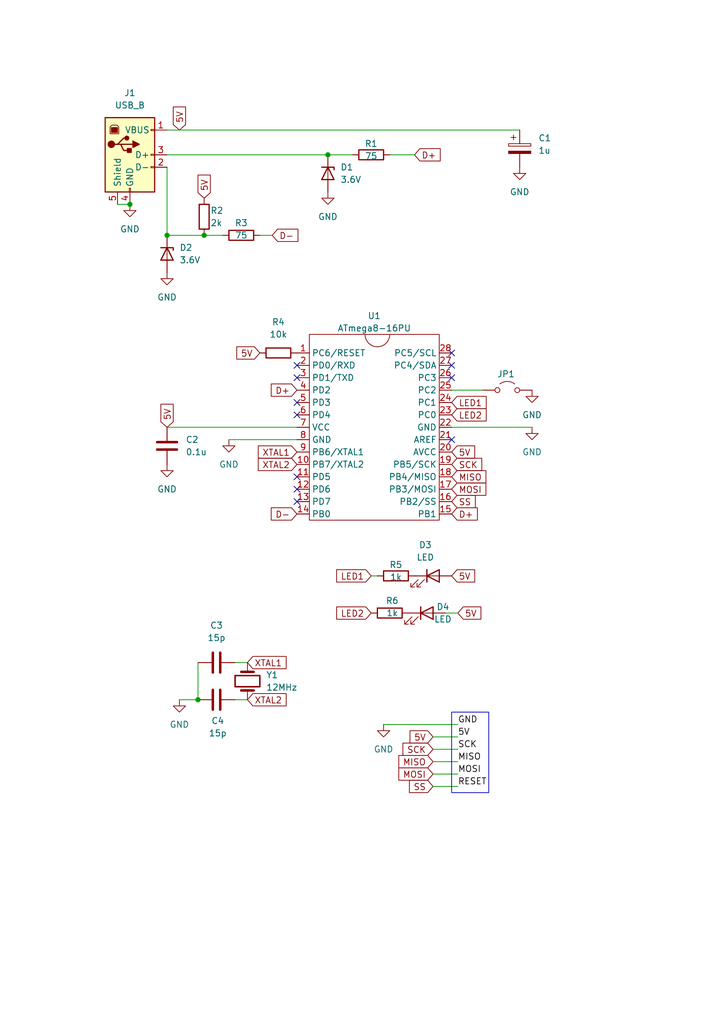
<source format=kicad_sch>
(kicad_sch (version 20231120) (generator "eeschema") (generator_version "8.0")
  (paper "A5" portrait)
  (lib_symbols
    (symbol "0Ore:ATmega8-16PU"
      (property "Reference" "U" (at 0 0 0))
      (symbol "ATmega8-16PU_0_1"
        (rectangle (start -13.97 40.64) (end 12.7 2.54))
        (arc (start -2.54 40.64) (mid -1.7961 38.8439) (end 0 38.1))
        (arc (start 0 38.1) (mid 1.7961 38.8439) (end 2.54 40.64))
      )
      (symbol "ATmega8-16PU_1_1"
        (pin unspecified line (at -16.51 36.83 0) (length 2.54) (name "PC6/RESET") (number "1"))
        (pin unspecified line (at -16.51 13.97 0) (length 2.54) (name "PB7/XTAL2") (number "10"))
        (pin unspecified line (at -16.51 11.43 0) (length 2.54) (name "PD5") (number "11"))
        (pin unspecified line (at -16.51 8.89 0) (length 2.54) (name "PD6") (number "12"))
        (pin unspecified line (at -16.51 6.35 0) (length 2.54) (name "PD7") (number "13"))
        (pin unspecified line (at -16.51 3.81 0) (length 2.54) (name "PB0") (number "14"))
        (pin unspecified line (at 15.24 3.81 180) (length 2.54) (name "PB1") (number "15"))
        (pin unspecified line (at 15.24 6.35 180) (length 2.54) (name "PB2/SS") (number "16"))
        (pin unspecified line (at 15.24 8.89 180) (length 2.54) (name "PB3/MOSI") (number "17"))
        (pin unspecified line (at 15.24 11.43 180) (length 2.54) (name "PB4/MISO") (number "18"))
        (pin unspecified line (at 15.24 13.97 180) (length 2.54) (name "PB5/SCK") (number "19"))
        (pin unspecified line (at -16.51 34.29 0) (length 2.54) (name "PD0/RXD") (number "2"))
        (pin unspecified line (at 15.24 16.51 180) (length 2.54) (name "AVCC") (number "20"))
        (pin unspecified line (at 15.24 19.05 180) (length 2.54) (name "AREF") (number "21"))
        (pin unspecified line (at 15.24 21.59 180) (length 2.54) (name "GND") (number "22"))
        (pin unspecified line (at 15.24 24.13 180) (length 2.54) (name "PC0") (number "23"))
        (pin unspecified line (at 15.24 26.67 180) (length 2.54) (name "PC1") (number "24"))
        (pin unspecified line (at 15.24 29.21 180) (length 2.54) (name "PC2") (number "25"))
        (pin unspecified line (at 15.24 31.75 180) (length 2.54) (name "PC3") (number "26"))
        (pin unspecified line (at 15.24 34.29 180) (length 2.54) (name "PC4/SDA") (number "27"))
        (pin unspecified line (at 15.24 36.83 180) (length 2.54) (name "PC5/SCL") (number "28"))
        (pin unspecified line (at -16.51 31.75 0) (length 2.54) (name "PD1/TXD") (number "3"))
        (pin unspecified line (at -16.51 29.21 0) (length 2.54) (name "PD2") (number "4"))
        (pin unspecified line (at -16.51 26.67 0) (length 2.54) (name "PD3") (number "5"))
        (pin unspecified line (at -16.51 24.13 0) (length 2.54) (name "PD4") (number "6"))
        (pin unspecified line (at -16.51 21.59 0) (length 2.54) (name "VCC") (number "7"))
        (pin unspecified line (at -16.51 19.05 0) (length 2.54) (name "GND") (number "8"))
        (pin unspecified line (at -16.51 16.51 0) (length 2.54) (name "PB6/XTAL1") (number "9"))
      )
    )
    (symbol "Connector:USB_B" (pin_names (offset 1.016))
      (property "Reference" "J" (at -5.08 11.43 0))
      (property "Value" "USB_B" (at -5.08 8.89 0))
      (symbol "USB_B_0_1"
        (rectangle (start -5.08 -7.62) (end 5.08 7.62) (stroke (width 0.254)) (fill (type background)))
        (circle (center -3.81 2.159) (radius 0.635) (stroke (width 0.254)) (fill (type outline)))
        (rectangle (start -3.81 5.588) (end -2.54 4.572) (fill (type outline)))
        (circle (center -0.635 3.429) (radius 0.381) (stroke (width 0.254)) (fill (type outline)))
        (rectangle (start -0.127 -7.62) (end 0.127 -6.858))
        (polyline (pts (xy -1.905 2.159) (xy 0.635 2.159)) (stroke (width 0.254)))
        (polyline (pts (xy -3.175 2.159) (xy -2.54 2.159) (xy -1.27 3.429) (xy -0.635 3.429)) (stroke (width 0.254)))
        (polyline (pts (xy -2.54 2.159) (xy -1.905 2.159) (xy -1.27 0.889) (xy 0 0.889)) (stroke (width 0.254)))
        (polyline (pts (xy 0.635 2.794) (xy 0.635 1.524) (xy 1.905 2.159) (xy 0.635 2.794)) (stroke (width 0.254)) (fill (type outline)))
        (polyline (pts (xy -4.064 4.318) (xy -2.286 4.318) (xy -2.286 5.715) (xy -2.667 6.096) (xy -3.683 6.096) (xy -4.064 5.715) (xy -4.064 4.318)))
        (rectangle (start 0.254 1.27) (end -0.508 0.508) (stroke (width 0.254)) (fill (type outline)))
        (rectangle (start 5.08 -2.667) (end 4.318 -2.413))
        (rectangle (start 5.08 -0.127) (end 4.318 0.127))
        (rectangle (start 5.08 4.953) (end 4.318 5.207))
      )
      (symbol "USB_B_1_1"
        (pin power_out line (at 7.62 5.08 180) (length 2.54) (name "VBUS") (number "1"))
        (pin bidirectional line (at 7.62 -2.54 180) (length 2.54) (name "D-") (number "2"))
        (pin bidirectional line (at 7.62 0 180) (length 2.54) (name "D+") (number "3"))
        (pin power_out line (at 0 -10.16 90) (length 2.54) (name "GND") (number "4"))
        (pin passive line (at -2.54 -10.16 90) (length 2.54) (name "Shield") (number "5"))
      )
    )
    (symbol "Device:C" (pin_numbers hide) (pin_names (offset 0.254))
      (property "Reference" "C" (at 0.635 2.54 0))
      (property "Value" "C" (at 0.635 -2.54 0))
      (symbol "C_0_1"
        (polyline (pts (xy -2.032 -0.762) (xy 2.032 -0.762)) (stroke (width 0.508)))
        (polyline (pts (xy -2.032 0.762) (xy 2.032 0.762)) (stroke (width 0.508)))
      )
      (symbol "C_1_1"
        (pin passive line (at 0 3.81 270) (length 2.794) (name "~") (number "1"))
        (pin passive line (at 0 -3.81 90) (length 2.794) (name "~") (number "2"))
      )
    )
    (symbol "Device:C_Polarized" (pin_numbers hide) (pin_names (offset 0.254))
      (property "Reference" "C" (at 0.635 2.54 0))
      (property "Value" "C_Polarized" (at 0.635 -2.54 0))
      (symbol "C_Polarized_0_1"
        (rectangle (start -2.286 0.508) (end 2.286 1.016))
        (polyline (pts (xy -1.778 2.286) (xy -0.762 2.286)))
        (polyline (pts (xy -1.27 2.794) (xy -1.27 1.778)))
        (rectangle (start 2.286 -0.508) (end -2.286 -1.016) (fill (type outline)))
      )
      (symbol "C_Polarized_1_1"
        (pin passive line (at 0 3.81 270) (length 2.794) (name "~") (number "1"))
        (pin passive line (at 0 -3.81 90) (length 2.794) (name "~") (number "2"))
      )
    )
    (symbol "Device:Crystal" (pin_numbers hide) (pin_names (offset 1.016) hide)
      (property "Reference" "Y" (at 0 3.81 0))
      (property "Value" "Crystal" (at 0 -3.81 0))
      (symbol "Crystal_0_1"
        (rectangle (start -1.143 2.54) (end 1.143 -2.54) (stroke (width 0.3048)))
        (polyline (pts (xy -2.54 0) (xy -1.905 0)))
        (polyline (pts (xy -1.905 -1.27) (xy -1.905 1.27)) (stroke (width 0.508)))
        (polyline (pts (xy 1.905 -1.27) (xy 1.905 1.27)) (stroke (width 0.508)))
        (polyline (pts (xy 2.54 0) (xy 1.905 0)))
      )
      (symbol "Crystal_1_1"
        (pin passive line (at -3.81 0 0) (length 1.27) (name "1") (number "1"))
        (pin passive line (at 3.81 0 180) (length 1.27) (name "2") (number "2"))
      )
    )
    (symbol "Device:D_Zener" (pin_numbers hide) (pin_names (offset 1.016) hide)
      (property "Reference" "D" (at 0 2.54 0))
      (property "Value" "D_Zener" (at 0 -2.54 0))
      (symbol "D_Zener_0_1"
        (polyline (pts (xy 1.27 0) (xy -1.27 0)))
        (polyline (pts (xy -1.27 -1.27) (xy -1.27 1.27) (xy -0.762 1.27)) (stroke (width 0.254)))
        (polyline (pts (xy 1.27 -1.27) (xy 1.27 1.27) (xy -1.27 0) (xy 1.27 -1.27)) (stroke (width 0.254)))
      )
      (symbol "D_Zener_1_1"
        (pin passive line (at -3.81 0 0) (length 2.54) (name "K") (number "1"))
        (pin passive line (at 3.81 0 180) (length 2.54) (name "A") (number "2"))
      )
    )
    (symbol "Device:LED" (pin_numbers hide) (pin_names (offset 1.016) hide)
      (property "Reference" "D" (at 0 2.54 0))
      (property "Value" "LED" (at 0 -2.54 0))
      (symbol "LED_0_1"
        (polyline (pts (xy -1.27 -1.27) (xy -1.27 1.27)) (stroke (width 0.254)))
        (polyline (pts (xy -1.27 0) (xy 1.27 0)))
        (polyline (pts (xy 1.27 -1.27) (xy 1.27 1.27) (xy -1.27 0) (xy 1.27 -1.27)) (stroke (width 0.254)))
        (polyline (pts (xy -3.048 -0.762) (xy -4.572 -2.286) (xy -3.81 -2.286) (xy -4.572 -2.286) (xy -4.572 -1.524)))
        (polyline (pts (xy -1.778 -0.762) (xy -3.302 -2.286) (xy -2.54 -2.286) (xy -3.302 -2.286) (xy -3.302 -1.524)))
      )
      (symbol "LED_1_1"
        (pin passive line (at -3.81 0 0) (length 2.54) (name "K") (number "1"))
        (pin passive line (at 3.81 0 180) (length 2.54) (name "A") (number "2"))
      )
    )
    (symbol "Device:R" (pin_numbers hide) (pin_names (offset 0))
      (property "Reference" "R" (at 2.032 0 90))
      (property "Value" "R" (at 0 0 90))
      (symbol "R_0_1"
        (rectangle (start -1.016 -2.54) (end 1.016 2.54) (stroke (width 0.254)))
      )
      (symbol "R_1_1"
        (pin passive line (at 0 3.81 270) (length 1.27) (name "~") (number "1"))
        (pin passive line (at 0 -3.81 90) (length 1.27) (name "~") (number "2"))
      )
    )
    (symbol "Jumper:Jumper_2_Open" (pin_numbers hide) (pin_names (offset 0) hide) (exclude_from_sim yes)
      (property "Reference" "JP" (at 0 2.794 0))
      (property "Value" "Jumper_2_Open" (at 0 -2.286 0))
      (symbol "Jumper_2_Open_0_0"
        (circle (center -2.032 0) (radius 0.508))
        (circle (center 2.032 0) (radius 0.508))
      )
      (symbol "Jumper_2_Open_0_1"
        (arc (start 1.524 1.27) (mid 0 1.778) (end -1.524 1.27))
      )
      (symbol "Jumper_2_Open_1_1"
        (pin passive line (at -5.08 0 0) (length 2.54) (name "A") (number "1"))
        (pin passive line (at 5.08 0 180) (length 2.54) (name "B") (number "2"))
      )
    )
    (symbol "power:GND" (power) (pin_numbers hide) (pin_names (offset 0) hide)
      (property "Value" "GND" (at 0 -3.81 0))
      (symbol "GND_0_1"
        (polyline (pts (xy 0 0) (xy 0 -1.27) (xy 1.27 -1.27) (xy 0 -2.54) (xy -1.27 -1.27) (xy 0 -1.27)))
      )
      (symbol "GND_1_1"
        (pin power_in line (at 0 0 270) (length 0) (name "~") (number "1"))
      )
    )
  )
  (junction (at 67.31 31.75))
  (junction (at 26.67 41.91))
  (junction (at 41.91 48.26))
  (junction (at 40.64 143.51))
  (junction (at 34.29 48.26))
  (no_connect (at 60.96 85.09))
  (no_connect (at 92.71 72.39))
  (no_connect (at 60.96 100.33))
  (no_connect (at 60.96 102.87))
  (no_connect (at 92.71 74.93))
  (no_connect (at 60.96 82.55))
  (no_connect (at 92.71 90.17))
  (no_connect (at 60.96 77.47))
  (no_connect (at 60.96 97.79))
  (no_connect (at 60.96 74.93))
  (no_connect (at 92.71 77.47))
  (wire (pts (xy 67.31 31.75) (xy 34.29 31.75)))
  (wire (pts (xy 85.09 31.75) (xy 80.01 31.75)))
  (wire (pts (xy 34.29 87.63) (xy 60.96 87.63)))
  (wire (pts (xy 48.26 135.89) (xy 50.8 135.89)))
  (wire (pts (xy 88.9 151.13) (xy 93.98 151.13)))
  (wire (pts (xy 78.74 148.59) (xy 93.98 148.59)))
  (wire (pts (xy 45.72 48.26) (xy 41.91 48.26)))
  (wire (pts (xy 88.9 161.29) (xy 93.98 161.29)))
  (wire (pts (xy 91.44 125.73) (xy 93.98 125.73)))
  (wire (pts (xy 88.9 153.67) (xy 93.98 153.67)))
  (wire (pts (xy 34.29 48.26) (xy 34.29 34.29)))
  (wire (pts (xy 24.13 41.91) (xy 26.67 41.91)))
  (wire (pts (xy 36.83 143.51) (xy 40.64 143.51)))
  (wire (pts (xy 88.9 158.75) (xy 93.98 158.75)))
  (wire (pts (xy 92.71 80.01) (xy 99.06 80.01)))
  (wire (pts (xy 88.9 156.21) (xy 93.98 156.21)))
  (wire (pts (xy 40.64 135.89) (xy 40.64 143.51)))
  (wire (pts (xy 41.91 48.26) (xy 34.29 48.26)))
  (wire (pts (xy 48.26 143.51) (xy 50.8 143.51)))
  (wire (pts (xy 72.39 31.75) (xy 67.31 31.75)))
  (wire (pts (xy 34.29 26.67) (xy 106.68 26.67)))
  (wire (pts (xy 46.99 90.17) (xy 60.96 90.17)))
  (wire (pts (xy 55.88 48.26) (xy 53.34 48.26)))
  (wire (pts (xy 76.2 118.11) (xy 77.47 118.11)))
  (wire (pts (xy 92.71 87.63) (xy 109.22 87.63)))
  (rectangle (start 92.71 146.05) (end 100.33 162.56))
  (label "5V" (at 93.98 151.13 0))
  (label "GND" (at 93.98 148.59 0))
  (label "MOSI" (at 93.98 158.75 0))
  (label "SCK" (at 93.98 153.67 0))
  (label "RESET" (at 93.98 161.29 0))
  (label "MISO" (at 93.98 156.21 0))
  (global_label "MOSI" (shape input) (at 92.71 100.33 0) (property "Intersheetrefs" "${INTERSHEET_REFS}" (effects (hide yes))))
  (global_label "D-" (shape input) (at 60.96 105.41 180) (property "Intersheetrefs" "${INTERSHEET_REFS}" (effects (hide yes))))
  (global_label "D+" (shape input) (at 92.71 105.41 0) (property "Intersheetrefs" "${INTERSHEET_REFS}" (effects (hide yes))))
  (global_label "MISO" (shape input) (at 88.9 156.21 180) (property "Intersheetrefs" "${INTERSHEET_REFS}" (effects (hide yes))))
  (global_label "SS" (shape input) (at 92.71 102.87 0) (property "Intersheetrefs" "${INTERSHEET_REFS}" (effects (hide yes))))
  (global_label "5V" (shape input) (at 36.83 26.67 90) (property "Intersheetrefs" "${INTERSHEET_REFS}" (effects (hide yes))))
  (global_label "LED2" (shape input) (at 92.71 85.09 0) (property "Intersheetrefs" "${INTERSHEET_REFS}" (effects (hide yes))))
  (global_label "XTAL1" (shape input) (at 60.96 92.71 180) (property "Intersheetrefs" "${INTERSHEET_REFS}" (effects (hide yes))))
  (global_label "5V" (shape input) (at 93.98 125.73 0) (property "Intersheetrefs" "${INTERSHEET_REFS}" (effects (hide yes))))
  (global_label "D-" (shape input) (at 55.88 48.26 0) (property "Intersheetrefs" "${INTERSHEET_REFS}" (effects (hide yes))))
  (global_label "SS" (shape input) (at 88.9 161.29 180) (property "Intersheetrefs" "${INTERSHEET_REFS}" (effects (hide yes))))
  (global_label "MISO" (shape input) (at 92.71 97.79 0) (property "Intersheetrefs" "${INTERSHEET_REFS}" (effects (hide yes))))
  (global_label "XTAL1" (shape input) (at 50.8 135.89 0) (property "Intersheetrefs" "${INTERSHEET_REFS}" (effects (hide yes))))
  (global_label "SCK" (shape input) (at 92.71 95.25 0) (property "Intersheetrefs" "${INTERSHEET_REFS}" (effects (hide yes))))
  (global_label "SCK" (shape input) (at 88.9 153.67 180) (property "Intersheetrefs" "${INTERSHEET_REFS}" (effects (hide yes))))
  (global_label "5V" (shape input) (at 34.29 87.63 90) (property "Intersheetrefs" "${INTERSHEET_REFS}" (effects (hide yes))))
  (global_label "XTAL2" (shape input) (at 50.8 143.51 0) (property "Intersheetrefs" "${INTERSHEET_REFS}" (effects (hide yes))))
  (global_label "5V" (shape input) (at 92.71 92.71 0) (property "Intersheetrefs" "${INTERSHEET_REFS}" (effects (hide yes))))
  (global_label "XTAL2" (shape input) (at 60.96 95.25 180) (property "Intersheetrefs" "${INTERSHEET_REFS}" (effects (hide yes))))
  (global_label "5V" (shape input) (at 92.71 118.11 0) (property "Intersheetrefs" "${INTERSHEET_REFS}" (effects (hide yes))))
  (global_label "D+" (shape input) (at 85.09 31.75 0) (property "Intersheetrefs" "${INTERSHEET_REFS}" (effects (hide yes))))
  (global_label "5V" (shape input) (at 41.91 40.64 90) (property "Intersheetrefs" "${INTERSHEET_REFS}" (effects (hide yes))))
  (global_label "LED1" (shape input) (at 92.71 82.55 0) (property "Intersheetrefs" "${INTERSHEET_REFS}" (effects (hide yes))))
  (global_label "D+" (shape input) (at 60.96 80.01 180) (property "Intersheetrefs" "${INTERSHEET_REFS}" (effects (hide yes))))
  (global_label "LED1" (shape input) (at 76.2 118.11 180) (property "Intersheetrefs" "${INTERSHEET_REFS}" (effects (hide yes))))
  (global_label "5V" (shape input) (at 53.34 72.39 180) (property "Intersheetrefs" "${INTERSHEET_REFS}" (effects (hide yes))))
  (global_label "5V" (shape input) (at 88.9 151.13 180) (property "Intersheetrefs" "${INTERSHEET_REFS}" (effects (hide yes))))
  (global_label "LED2" (shape input) (at 76.2 125.73 180) (property "Intersheetrefs" "${INTERSHEET_REFS}" (effects (hide yes))))
  (global_label "MOSI" (shape input) (at 88.9 158.75 180) (property "Intersheetrefs" "${INTERSHEET_REFS}" (effects (hide yes))))
  (symbol (lib_id "Device:Crystal") (at 50.8 139.7 90) (unit 1)
    (property "Reference" "Y1" (at 54.61 138.4299 90) (effects (justify right)))
    (property "Value" "12MHz" (at 54.61 140.9699 90) (effects (justify right)))
    (property "Description" "Two pin crystal" (effects (hide yes)))
  )
  (symbol (lib_id "Device:R") (at 80.01 125.73 90) (unit 1)
    (property "Reference" "R6" (at 80.518 123.19 90))
    (property "Value" "1k" (at 80.518 125.73 90))
    (property "Description" "Resistor" (effects (hide yes)))
  )
  (symbol (lib_id "power:GND") (at 109.22 80.01 0) (unit 1)
    (property "Reference" "#PWR05" (effects (hide yes)))
    (property "Value" "GND" (at 109.22 85.09 0))
    (property "Description" "Power symbol creates a global label with name \"GND\" , ground" (effects (hide yes)))
  )
  (symbol (lib_id "power:GND") (at 26.67 41.91 0) (unit 1)
    (property "Reference" "#PWR03" (effects (hide yes)))
    (property "Value" "GND" (at 26.67 46.99 0))
    (property "Description" "Power symbol creates a global label with name \"GND\" , ground" (effects (hide yes)))
  )
  (symbol (lib_id "Device:C") (at 44.45 143.51 270) (unit 1)
    (property "Reference" "C4" (at 44.704 147.828 90))
    (property "Value" "15p" (at 44.704 150.368 90))
    (property "Description" "Unpolarized capacitor" (effects (hide yes)))
  )
  (symbol (lib_id "Device:C") (at 44.45 135.89 270) (unit 1)
    (property "Reference" "C3" (at 44.45 128.27 90))
    (property "Value" "15p" (at 44.45 130.81 90))
    (property "Description" "Unpolarized capacitor" (effects (hide yes)))
  )
  (symbol (lib_id "Device:R") (at 57.15 72.39 90) (unit 1)
    (property "Reference" "R4" (at 57.15 66.04 90))
    (property "Value" "10k" (at 57.15 68.58 90))
    (property "Description" "Resistor" (effects (hide yes)))
  )
  (symbol (lib_id "Device:LED") (at 88.9 118.11 0) (unit 1)
    (property "Reference" "D3" (at 87.3125 111.76 0))
    (property "Value" "LED" (at 87.3125 114.3 0))
    (property "Description" "Light emitting diode" (effects (hide yes)))
  )
  (symbol (lib_id "Jumper:Jumper_2_Open") (at 104.14 80.01 0) (unit 1) (exclude_from_sim yes)
    (property "Reference" "JP1" (at 103.886 76.708 0))
    (property "Value" "Jumper_2_Open" (effects (hide yes)))
    (property "Description" "Jumper, 2-pole, open" (effects (hide yes)))
  )
  (symbol (lib_id "power:GND") (at 34.29 55.88 0) (unit 1)
    (property "Reference" "#PWR04" (effects (hide yes)))
    (property "Value" "GND" (at 34.29 60.96 0))
    (property "Description" "Power symbol creates a global label with name \"GND\" , ground" (effects (hide yes)))
  )
  (symbol (lib_id "Device:R") (at 76.2 31.75 90) (unit 1)
    (property "Reference" "R1" (at 76.2 29.464 90))
    (property "Value" "75" (at 76.2 32.004 90))
    (property "Description" "Resistor" (effects (hide yes)))
  )
  (symbol (lib_id "0Ore:ATmega8-16PU") (at 77.47 109.22 0) (unit 1)
    (property "Reference" "U1" (at 76.835 64.77 0))
    (property "Value" "ATmega8-16PU" (at 76.835 67.31 0))
  )
  (symbol (lib_id "power:GND") (at 106.68 34.29 0) (unit 1)
    (property "Reference" "#PWR01" (effects (hide yes)))
    (property "Value" "GND" (at 106.68 39.37 0))
    (property "Description" "Power symbol creates a global label with name \"GND\" , ground" (effects (hide yes)))
  )
  (symbol (lib_id "Device:C_Polarized") (at 106.68 30.48 0) (unit 1)
    (property "Reference" "C1" (at 110.49 28.3209 0) (effects (justify left)))
    (property "Value" "1u" (at 110.49 30.8609 0) (effects (justify left)))
    (property "Description" "Polarized capacitor" (effects (hide yes)))
  )
  (symbol (lib_id "Connector:USB_B") (at 26.67 31.75 0) (unit 1)
    (property "Reference" "J1" (at 26.67 19.05 0))
    (property "Value" "USB_B" (at 26.67 21.59 0))
    (property "Description" "USB Type B connector" (effects (hide yes)))
  )
  (symbol (lib_id "Device:LED") (at 87.63 125.73 0) (unit 1)
    (property "Reference" "D4" (at 90.932 124.46 0))
    (property "Value" "LED" (at 90.932 127 0))
    (property "Description" "Light emitting diode" (effects (hide yes)))
  )
  (symbol (lib_id "Device:R") (at 41.91 44.45 0) (unit 1)
    (property "Reference" "R2" (at 43.18 43.18 0) (effects (justify left)))
    (property "Value" "2k" (at 43.18 45.72 0) (effects (justify left)))
    (property "Description" "Resistor" (effects (hide yes)))
  )
  (symbol (lib_id "power:GND") (at 78.74 148.59 0) (unit 1)
    (property "Reference" "#PWR010" (effects (hide yes)))
    (property "Value" "GND" (at 78.74 153.67 0))
    (property "Description" "Power symbol creates a global label with name \"GND\" , ground" (effects (hide yes)))
  )
  (symbol (lib_id "Device:R") (at 49.53 48.26 90) (unit 1)
    (property "Reference" "R3" (at 49.53 45.72 90))
    (property "Value" "75" (at 49.53 48.26 90))
    (property "Description" "Resistor" (effects (hide yes)))
  )
  (symbol (lib_id "Device:D_Zener") (at 67.31 35.56 270) (unit 1)
    (property "Reference" "D1" (at 69.85 34.2899 90) (effects (justify left)))
    (property "Value" "3.6V" (at 69.85 36.8299 90) (effects (justify left)))
    (property "Description" "Zener diode" (effects (hide yes)))
  )
  (symbol (lib_id "power:GND") (at 46.99 90.17 0) (unit 1)
    (property "Reference" "#PWR07" (effects (hide yes)))
    (property "Value" "GND" (at 46.99 95.25 0))
    (property "Description" "Power symbol creates a global label with name \"GND\" , ground" (effects (hide yes)))
  )
  (symbol (lib_id "power:GND") (at 36.83 143.51 0) (unit 1)
    (property "Reference" "#PWR09" (effects (hide yes)))
    (property "Value" "GND" (at 36.83 148.59 0))
    (property "Description" "Power symbol creates a global label with name \"GND\" , ground" (effects (hide yes)))
  )
  (symbol (lib_id "power:GND") (at 67.31 39.37 0) (unit 1)
    (property "Reference" "#PWR02" (effects (hide yes)))
    (property "Value" "GND" (at 67.31 44.45 0))
    (property "Description" "Power symbol creates a global label with name \"GND\" , ground" (effects (hide yes)))
  )
  (symbol (lib_id "Device:R") (at 81.28 118.11 90) (unit 1)
    (property "Reference" "R5" (at 81.28 115.824 90))
    (property "Value" "1k" (at 81.28 118.364 90))
    (property "Description" "Resistor" (effects (hide yes)))
  )
  (symbol (lib_id "power:GND") (at 34.29 95.25 0) (unit 1)
    (property "Reference" "#PWR08" (effects (hide yes)))
    (property "Value" "GND" (at 34.29 100.33 0))
    (property "Description" "Power symbol creates a global label with name \"GND\" , ground" (effects (hide yes)))
  )
  (symbol (lib_id "Device:D_Zener") (at 34.29 52.07 270) (unit 1)
    (property "Reference" "D2" (at 36.83 50.7999 90) (effects (justify left)))
    (property "Value" "3.6V" (at 36.83 53.3399 90) (effects (justify left)))
    (property "Description" "Zener diode" (effects (hide yes)))
  )
  (symbol (lib_id "Device:C") (at 34.29 91.44 0) (unit 1)
    (property "Reference" "C2" (at 38.1 90.1699 0) (effects (justify left)))
    (property "Value" "0.1u" (at 38.1 92.7099 0) (effects (justify left)))
    (property "Description" "Unpolarized capacitor" (effects (hide yes)))
  )
  (symbol (lib_id "power:GND") (at 109.22 87.63 0) (unit 1)
    (property "Reference" "#PWR06" (effects (hide yes)))
    (property "Value" "GND" (at 109.22 92.71 0))
    (property "Description" "Power symbol creates a global label with name \"GND\" , ground" (effects (hide yes)))
  )
)
</source>
